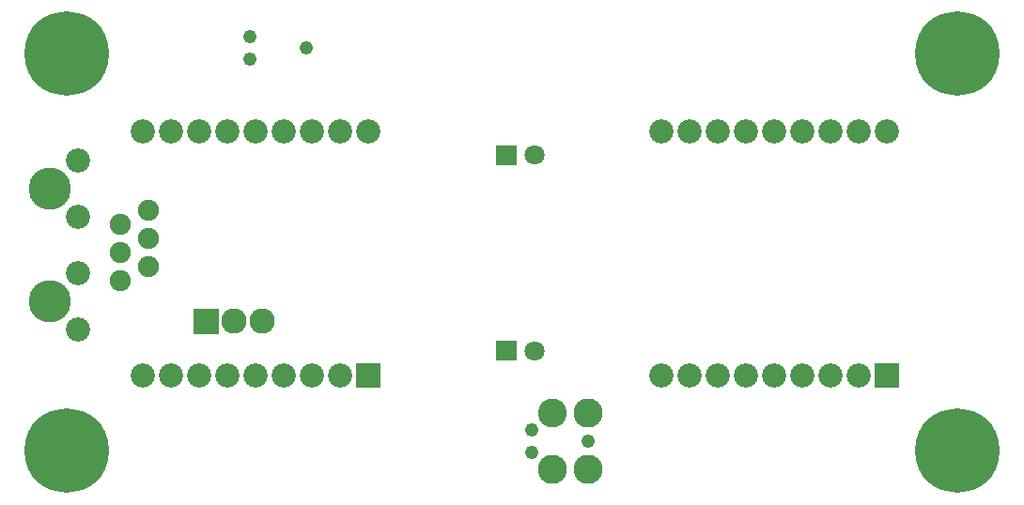
<source format=gbr>
G04 start of page 8 for group -4062 idx -4062 *
G04 Title: (unknown), soldermask *
G04 Creator: pcb 20140316 *
G04 CreationDate: Wed 29 Apr 2020 12:19:48 AM GMT UTC *
G04 For: railfan *
G04 Format: Gerber/RS-274X *
G04 PCB-Dimensions (mil): 3500.00 1750.00 *
G04 PCB-Coordinate-Origin: lower left *
%MOIN*%
%FSLAX25Y25*%
%LNBOTTOMMASK*%
%ADD115C,0.1500*%
%ADD114C,0.0750*%
%ADD113C,0.0490*%
%ADD112C,0.1025*%
%ADD111C,0.1035*%
%ADD110C,0.0710*%
%ADD109C,0.0900*%
%ADD108C,0.0001*%
%ADD107C,0.0860*%
%ADD106C,0.2997*%
G54D106*X17000Y17000D03*
G54D107*X21000Y60000D03*
G54D108*G36*
X119700Y48000D02*Y39400D01*
X128300D01*
Y48000D01*
X119700D01*
G37*
G54D107*X114000Y43700D03*
X104000D03*
X94000D03*
X84000D03*
X74000D03*
X64000D03*
X54000D03*
X44000D03*
G54D109*X86500Y63000D03*
X76500D03*
G54D108*G36*
X62000Y67500D02*Y58500D01*
X71000D01*
Y67500D01*
X62000D01*
G37*
G54D106*X333000Y17000D03*
G54D108*G36*
X303700Y48000D02*Y39400D01*
X312300D01*
Y48000D01*
X303700D01*
G37*
G54D107*X298000Y43700D03*
X288000D03*
X278000D03*
X268000D03*
G54D108*G36*
X169450Y56050D02*Y48950D01*
X176550D01*
Y56050D01*
X169450D01*
G37*
G54D110*X183000Y52500D03*
G54D111*X202000Y10500D03*
X189500D03*
G54D112*Y30500D03*
G54D111*X202000D03*
G54D113*Y20500D03*
X182000Y16500D03*
Y24500D03*
G54D107*X258000Y43700D03*
X248000D03*
X238000D03*
X228000D03*
G54D108*G36*
X169450Y125550D02*Y118450D01*
X176550D01*
Y125550D01*
X169450D01*
G37*
G54D110*X183000Y122000D03*
G54D106*X333000Y158000D03*
G54D107*X308000Y130300D03*
X298000D03*
X288000D03*
X278000D03*
X268000D03*
X258000D03*
X248000D03*
X238000D03*
X228000D03*
G54D113*X102000Y160000D03*
G54D107*X124000Y130300D03*
X114000D03*
X104000D03*
X94000D03*
G54D113*X82000Y156000D03*
G54D107*X84000Y130300D03*
X74000D03*
G54D113*X82000Y164000D03*
G54D107*X64000Y130300D03*
X54000D03*
X44000D03*
G54D114*X46000Y102500D03*
X36000Y97500D03*
X46000Y92500D03*
Y82500D03*
X36000Y87500D03*
Y77500D03*
G54D106*X17000Y158000D03*
G54D107*X21000Y80000D03*
Y120000D03*
Y100000D03*
G54D115*X11000Y110000D03*
Y70000D03*
M02*

</source>
